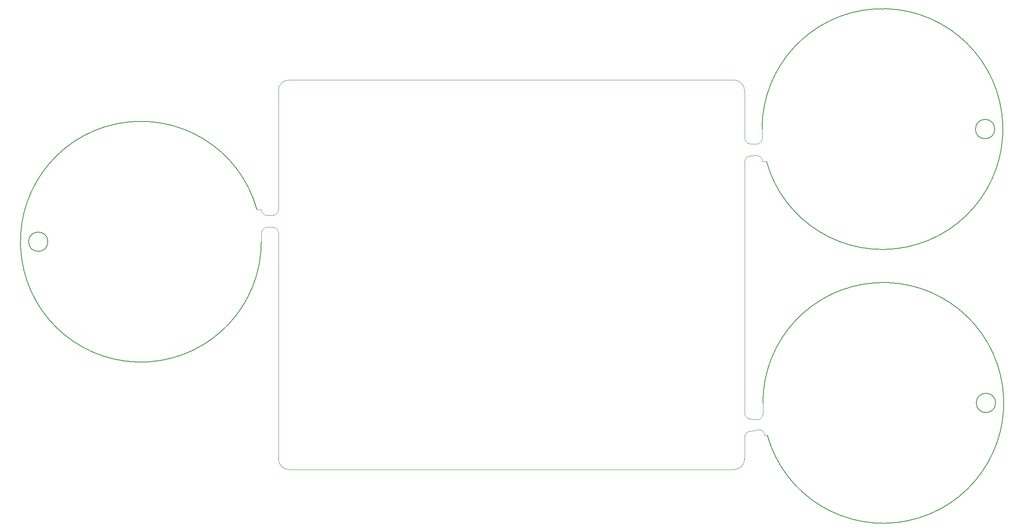
<source format=gbr>
G04 #@! TF.GenerationSoftware,KiCad,Pcbnew,5.0.2-bee76a0~70~ubuntu18.04.1*
G04 #@! TF.CreationDate,2019-08-21T16:40:53-04:00*
G04 #@! TF.ProjectId,output.pcb,6f757470-7574-42e7-9063-622e6b696361,rev?*
G04 #@! TF.SameCoordinates,Original*
G04 #@! TF.FileFunction,Profile,NP*
%FSLAX46Y46*%
G04 Gerber Fmt 4.6, Leading zero omitted, Abs format (unit mm)*
G04 Created by KiCad (PCBNEW 5.0.2-bee76a0~70~ubuntu18.04.1) date Wed 21 Aug 2019 04:40:53 PM EDT*
%MOMM*%
%LPD*%
G01*
G04 APERTURE LIST*
%ADD10C,0.150000*%
%ADD11C,0.200000*%
%ADD12C,0.100000*%
G04 APERTURE END LIST*
D10*
X238338600Y-120370600D02*
G75*
G03X238338600Y-120370600I-2000000J0D01*
G01*
D11*
X190946886Y-127079073D02*
G75*
G03X190030000Y-120370600I24083114J6708473D01*
G01*
D10*
X238160800Y-63500000D02*
G75*
G03X238160800Y-63500000I-2000000J0D01*
G01*
D11*
X190769086Y-70208473D02*
G75*
G03X189852200Y-63500000I24083114J6708473D01*
G01*
D12*
X91643200Y-53314600D02*
G75*
G03X89433400Y-55524400I0J-2209800D01*
G01*
X89433400Y-132003800D02*
G75*
G03X91643200Y-134213600I2209800J0D01*
G01*
X184023000Y-134213600D02*
G75*
G03X186232800Y-132003800I0J2209800D01*
G01*
X184023000Y-53314600D02*
G75*
G02X186232800Y-55524400I0J-2209800D01*
G01*
X91643200Y-53314600D02*
X184023000Y-53314600D01*
X184023000Y-134213600D02*
X91643200Y-134213600D01*
D11*
X84973314Y-80184927D02*
G75*
G03X85890200Y-86893400I-24083114J-6708473D01*
G01*
D10*
X41581600Y-86893400D02*
G75*
G03X41581600Y-86893400I-2000000J0D01*
G01*
D12*
X190030000Y-122468002D02*
X190030000Y-120370600D01*
X190421798Y-127077428D02*
X190946886Y-127079073D01*
X186232800Y-127467995D02*
X186232800Y-132003800D01*
X190030000Y-122468002D02*
X190030785Y-122567999D01*
X190030785Y-122567999D02*
X190023881Y-122667760D01*
X190023881Y-122667760D02*
X190009329Y-122766695D01*
X190009329Y-122766695D02*
X189987215Y-122864219D01*
X186232800Y-122468030D02*
X186240487Y-122567734D01*
X189987215Y-122864219D02*
X189957670Y-122959755D01*
X186240487Y-122567734D02*
X186255815Y-122666552D01*
X189957670Y-122959755D02*
X189920869Y-123052737D01*
X186255815Y-122666552D02*
X186278693Y-122763899D01*
X189920869Y-123052737D02*
X189877030Y-123142615D01*
X186278693Y-122763899D02*
X186308986Y-122859199D01*
X189877030Y-123142615D02*
X189826412Y-123228857D01*
X186308986Y-122859199D02*
X186346515Y-122951889D01*
X189826412Y-123228857D02*
X189769315Y-123310953D01*
X186346515Y-122951889D02*
X186391058Y-123041420D01*
X189769315Y-123310953D02*
X189706077Y-123388417D01*
X186391058Y-123041420D02*
X186442351Y-123127262D01*
X189706077Y-123388417D02*
X189637072Y-123460791D01*
X186442351Y-123127262D02*
X186500091Y-123208907D01*
X189637072Y-123460791D02*
X189562708Y-123527647D01*
X186500091Y-123208907D02*
X186563936Y-123285872D01*
X189562708Y-123527647D02*
X189483425Y-123588589D01*
X186563936Y-123285872D02*
X186633508Y-123357702D01*
X189483425Y-123588589D02*
X189399692Y-123643257D01*
X186633508Y-123357702D02*
X186708395Y-123423972D01*
X189399692Y-123643257D02*
X189312005Y-123691327D01*
X186708395Y-123423972D02*
X186788154Y-123484290D01*
X189312005Y-123691327D02*
X189220882Y-123732515D01*
X186788154Y-123484290D02*
X186872313Y-123538299D01*
X189220882Y-123732515D02*
X189126863Y-123766577D01*
X186872313Y-123538299D02*
X186960374Y-123585679D01*
X189126863Y-123766577D02*
X189030504Y-123793311D01*
X186960374Y-123585679D02*
X187051816Y-123626150D01*
X189030504Y-123793311D02*
X188932375Y-123812559D01*
X187051816Y-123626150D02*
X187146098Y-123659472D01*
X188932375Y-123812559D02*
X188833057Y-123824207D01*
X187146098Y-123659472D02*
X187242662Y-123685448D01*
X188833057Y-123824207D02*
X188733138Y-123828186D01*
X187242662Y-123685448D02*
X187340937Y-123703925D01*
X188733138Y-123828186D02*
X188633209Y-123824473D01*
X187340937Y-123703925D02*
X187440342Y-123714793D01*
X188633209Y-123824473D02*
X187440342Y-123714793D01*
X190421798Y-127077428D02*
X190405695Y-126978733D01*
X190405695Y-126978733D02*
X190382053Y-126881568D01*
X190382053Y-126881568D02*
X190351012Y-126786508D01*
X190351012Y-126786508D02*
X190312756Y-126694115D01*
X186232800Y-127467995D02*
X186240487Y-127368291D01*
X190312756Y-126694115D02*
X190267511Y-126604936D01*
X186240487Y-127368291D02*
X186255815Y-127269473D01*
X190267511Y-126604936D02*
X190215545Y-126519499D01*
X186255815Y-127269473D02*
X186278693Y-127172126D01*
X190215545Y-126519499D02*
X190157166Y-126438309D01*
X186278693Y-127172126D02*
X186308986Y-127076826D01*
X190157166Y-126438309D02*
X190092719Y-126361847D01*
X186308986Y-127076826D02*
X186346515Y-126984136D01*
X190092719Y-126361847D02*
X190022585Y-126290565D01*
X186346515Y-126984136D02*
X186391058Y-126894605D01*
X190022585Y-126290565D02*
X189947179Y-126224885D01*
X186391058Y-126894605D02*
X186442351Y-126808763D01*
X189947179Y-126224885D02*
X189866948Y-126165195D01*
X186442351Y-126808763D02*
X186500091Y-126727118D01*
X189866948Y-126165195D02*
X189782366Y-126111849D01*
X186500091Y-126727118D02*
X186563936Y-126650153D01*
X189782366Y-126111849D02*
X189693934Y-126065162D01*
X186563936Y-126650153D02*
X186633508Y-126578323D01*
X189693934Y-126065162D02*
X189602175Y-126025411D01*
X186633508Y-126578323D02*
X186708395Y-126512053D01*
X189602175Y-126025411D02*
X189507632Y-125992831D01*
X186708395Y-126512053D02*
X186788154Y-126451735D01*
X189507632Y-125992831D02*
X189410864Y-125967615D01*
X186788154Y-126451735D02*
X186872313Y-126397726D01*
X189410864Y-125967615D02*
X189312444Y-125949912D01*
X186872313Y-126397726D02*
X186960374Y-126350346D01*
X189312444Y-125949912D02*
X189212954Y-125939827D01*
X186960374Y-126350346D02*
X187051816Y-126309875D01*
X189212954Y-125939827D02*
X189112983Y-125937419D01*
X187051816Y-126309875D02*
X187146098Y-126276553D01*
X189112983Y-125937419D02*
X189013123Y-125942703D01*
X187146098Y-126276553D02*
X187242662Y-126250577D01*
X189013123Y-125942703D02*
X188913965Y-125955647D01*
X187242662Y-126250577D02*
X187340937Y-126232100D01*
X188913965Y-125955647D02*
X187340937Y-126232100D01*
X189852200Y-65317997D02*
X189852200Y-63500000D01*
X189964599Y-70205952D02*
X190769086Y-70208473D01*
X186232800Y-70317965D02*
X186232800Y-122468030D01*
X186232800Y-65318005D02*
X186232800Y-55524400D01*
X189852200Y-65317997D02*
X189846808Y-65417852D01*
X189846808Y-65417852D02*
X189833756Y-65516997D01*
X186232800Y-65318005D02*
X186240487Y-65417709D01*
X189833756Y-65516997D02*
X189813122Y-65614845D01*
X186240487Y-65417709D02*
X186255815Y-65516527D01*
X189813122Y-65614845D02*
X189785028Y-65710817D01*
X186255815Y-65516527D02*
X186278693Y-65613874D01*
X189785028Y-65710817D02*
X189749640Y-65804346D01*
X186278693Y-65613874D02*
X186308986Y-65709174D01*
X189749640Y-65804346D02*
X189707167Y-65894878D01*
X186308986Y-65709174D02*
X186346515Y-65801864D01*
X189707167Y-65894878D02*
X189657861Y-65981877D01*
X186346515Y-65801864D02*
X186391058Y-65891395D01*
X189657861Y-65981877D02*
X189602014Y-66064829D01*
X186391058Y-65891395D02*
X186442351Y-65977237D01*
X189602014Y-66064829D02*
X189539956Y-66143243D01*
X186442351Y-65977237D02*
X186500091Y-66058882D01*
X189539956Y-66143243D02*
X189472054Y-66216655D01*
X186500091Y-66058882D02*
X186563936Y-66135847D01*
X189472054Y-66216655D02*
X189398710Y-66284630D01*
X186563936Y-66135847D02*
X186633508Y-66207677D01*
X189398710Y-66284630D02*
X189320358Y-66346766D01*
X186633508Y-66207677D02*
X186708395Y-66273947D01*
X189320358Y-66346766D02*
X189237462Y-66402696D01*
X186708395Y-66273947D02*
X186788154Y-66334265D01*
X189237462Y-66402696D02*
X189150512Y-66452089D01*
X186788154Y-66334265D02*
X186872313Y-66388274D01*
X189150512Y-66452089D02*
X189060023Y-66494652D01*
X186872313Y-66388274D02*
X186960374Y-66435654D01*
X189060023Y-66494652D02*
X188966530Y-66530134D01*
X186960374Y-66435654D02*
X187051816Y-66476125D01*
X188966530Y-66530134D02*
X188870586Y-66558325D01*
X187051816Y-66476125D02*
X187146098Y-66509447D01*
X188870586Y-66558325D02*
X188772759Y-66579058D01*
X187146098Y-66509447D02*
X187242662Y-66535423D01*
X188772759Y-66579058D02*
X188673628Y-66592210D01*
X187242662Y-66535423D02*
X187340937Y-66553900D01*
X188673628Y-66592210D02*
X188573779Y-66597703D01*
X187340937Y-66553900D02*
X187440342Y-66564768D01*
X188573779Y-66597703D02*
X188473803Y-66595505D01*
X187440342Y-66564768D02*
X187540288Y-66567963D01*
X188473803Y-66595505D02*
X187540288Y-66567963D01*
X189964599Y-70205952D02*
X189954622Y-70106450D01*
X189954622Y-70106450D02*
X189937026Y-70008009D01*
X186232800Y-70317965D02*
X186240487Y-70218261D01*
X189937026Y-70008009D02*
X189911915Y-69911212D01*
X186240487Y-70218261D02*
X186255815Y-70119443D01*
X189911915Y-69911212D02*
X189879438Y-69816632D01*
X186255815Y-70119443D02*
X186278693Y-70022096D01*
X189879438Y-69816632D02*
X189839787Y-69724828D01*
X186278693Y-70022096D02*
X186308986Y-69926796D01*
X189839787Y-69724828D02*
X189793197Y-69636343D01*
X186308986Y-69926796D02*
X186346515Y-69834106D01*
X189793197Y-69636343D02*
X189739943Y-69551701D01*
X186346515Y-69834106D02*
X186391058Y-69744575D01*
X189739943Y-69551701D02*
X189680340Y-69471403D01*
X186391058Y-69744575D02*
X186442351Y-69658733D01*
X189680340Y-69471403D02*
X189614741Y-69395924D01*
X186442351Y-69658733D02*
X186500091Y-69577088D01*
X189614741Y-69395924D02*
X189543534Y-69325711D01*
X186500091Y-69577088D02*
X186563936Y-69500123D01*
X189543534Y-69325711D02*
X189467141Y-69261179D01*
X186563936Y-69500123D02*
X186633508Y-69428293D01*
X189467141Y-69261179D02*
X189386014Y-69202710D01*
X186633508Y-69428293D02*
X186708395Y-69362023D01*
X189386014Y-69202710D02*
X189300633Y-69150650D01*
X186708395Y-69362023D02*
X186788154Y-69301705D01*
X189300633Y-69150650D02*
X189211503Y-69105307D01*
X186788154Y-69301705D02*
X186872313Y-69247696D01*
X189211503Y-69105307D02*
X189119151Y-69066949D01*
X186872313Y-69247696D02*
X186960374Y-69200316D01*
X189119151Y-69066949D02*
X189024124Y-69035803D01*
X186960374Y-69200316D02*
X187051816Y-69159845D01*
X189024124Y-69035803D02*
X188926984Y-69012054D01*
X187051816Y-69159845D02*
X187146098Y-69126523D01*
X188926984Y-69012054D02*
X188828306Y-68995842D01*
X187146098Y-69126523D02*
X187242662Y-69100547D01*
X188828306Y-68995842D02*
X188728674Y-68987263D01*
X187242662Y-69100547D02*
X187340937Y-69082070D01*
X188728674Y-68987263D02*
X188628677Y-68986368D01*
X187340937Y-69082070D02*
X187440342Y-69071202D01*
X188628677Y-68986368D02*
X188528907Y-68993162D01*
X188528907Y-68993162D02*
X187440342Y-69071202D01*
X85890200Y-85126203D02*
X85890200Y-86893400D01*
X85828600Y-80187607D02*
X84973314Y-80184927D01*
X89433400Y-85126188D02*
X89433400Y-132003800D01*
X89433400Y-80126195D02*
X89433400Y-55524400D01*
X85890200Y-85126203D02*
X85896643Y-85026411D01*
X89433400Y-85126188D02*
X89425713Y-85026484D01*
X85896643Y-85026411D02*
X85910738Y-84927409D01*
X89425713Y-85026484D02*
X89410385Y-84927666D01*
X85910738Y-84927409D02*
X85932401Y-84829783D01*
X89410385Y-84927666D02*
X89387507Y-84830319D01*
X85932401Y-84829783D02*
X85961504Y-84734111D01*
X89387507Y-84830319D02*
X89357214Y-84735019D01*
X85961504Y-84734111D02*
X85997875Y-84640959D01*
X89357214Y-84735019D02*
X89319685Y-84642329D01*
X85997875Y-84640959D02*
X86041299Y-84550878D01*
X89319685Y-84642329D02*
X89275142Y-84552798D01*
X86041299Y-84550878D02*
X86091519Y-84464401D01*
X89275142Y-84552798D02*
X89223849Y-84466956D01*
X86091519Y-84464401D02*
X86148238Y-84382040D01*
X89223849Y-84466956D02*
X89166109Y-84385311D01*
X86148238Y-84382040D02*
X86211120Y-84304282D01*
X89166109Y-84385311D02*
X89102264Y-84308346D01*
X86211120Y-84304282D02*
X86279793Y-84231588D01*
X89102264Y-84308346D02*
X89032692Y-84236516D01*
X86279793Y-84231588D02*
X86353851Y-84164388D01*
X89032692Y-84236516D02*
X88957805Y-84170246D01*
X86353851Y-84164388D02*
X86432855Y-84103079D01*
X88957805Y-84170246D02*
X88878046Y-84109928D01*
X86432855Y-84103079D02*
X86516338Y-84048024D01*
X88878046Y-84109928D02*
X88793887Y-84055919D01*
X86516338Y-84048024D02*
X86603806Y-83999549D01*
X88793887Y-84055919D02*
X88705826Y-84008539D01*
X86603806Y-83999549D02*
X86694741Y-83957941D01*
X88705826Y-84008539D02*
X88614384Y-83968068D01*
X86694741Y-83957941D02*
X86788605Y-83923446D01*
X88614384Y-83968068D02*
X88520102Y-83934746D01*
X86788605Y-83923446D02*
X86884843Y-83896268D01*
X88520102Y-83934746D02*
X88423538Y-83908770D01*
X86884843Y-83896268D02*
X86982885Y-83876568D01*
X88423538Y-83908770D02*
X88325263Y-83890293D01*
X86982885Y-83876568D02*
X87082151Y-83864462D01*
X88325263Y-83890293D02*
X88225858Y-83879425D01*
X87082151Y-83864462D02*
X87182054Y-83860022D01*
X88225858Y-83879425D02*
X88125912Y-83876230D01*
X87182054Y-83860022D02*
X88125912Y-83876230D01*
X85828600Y-80187607D02*
X85837529Y-80287207D01*
X85837529Y-80287207D02*
X85854087Y-80385826D01*
X89433400Y-80126195D02*
X89425713Y-80225899D01*
X85854087Y-80385826D02*
X85878176Y-80482880D01*
X89425713Y-80225899D02*
X89410385Y-80324717D01*
X85878176Y-80482880D02*
X85909654Y-80577795D01*
X89410385Y-80324717D02*
X89387507Y-80422064D01*
X85909654Y-80577795D02*
X85948335Y-80670010D01*
X89387507Y-80422064D02*
X89357214Y-80517364D01*
X85948335Y-80670010D02*
X85993990Y-80758979D01*
X89357214Y-80517364D02*
X89319685Y-80610054D01*
X85993990Y-80758979D02*
X86046349Y-80844175D01*
X89319685Y-80610054D02*
X89275142Y-80699585D01*
X86046349Y-80844175D02*
X86105102Y-80925094D01*
X89275142Y-80699585D02*
X89223849Y-80785427D01*
X86105102Y-80925094D02*
X86169901Y-81001257D01*
X89223849Y-80785427D02*
X89166109Y-80867072D01*
X86169901Y-81001257D02*
X86240363Y-81072214D01*
X89166109Y-80867072D02*
X89102264Y-80944037D01*
X86240363Y-81072214D02*
X86316071Y-81137545D01*
X89102264Y-80944037D02*
X89032692Y-81015867D01*
X86316071Y-81137545D02*
X86396577Y-81196863D01*
X89032692Y-81015867D02*
X88957805Y-81082137D01*
X86396577Y-81196863D02*
X86481404Y-81249817D01*
X88957805Y-81082137D02*
X88878046Y-81142455D01*
X86481404Y-81249817D02*
X86570050Y-81296094D01*
X88878046Y-81142455D02*
X88793887Y-81196464D01*
X86570050Y-81296094D02*
X86661991Y-81335420D01*
X88793887Y-81196464D02*
X88705826Y-81243844D01*
X86661991Y-81335420D02*
X86756683Y-81367562D01*
X88705826Y-81243844D02*
X88614384Y-81284315D01*
X86756683Y-81367562D02*
X86853565Y-81392330D01*
X88614384Y-81284315D02*
X88520102Y-81317637D01*
X86853565Y-81392330D02*
X86952064Y-81409578D01*
X88520102Y-81317637D02*
X88423538Y-81343613D01*
X88423538Y-81343613D02*
X88325263Y-81362090D01*
X86952064Y-81409578D02*
X87051597Y-81419204D01*
X87051597Y-81419204D02*
X87151575Y-81421151D01*
X88325263Y-81362090D02*
X88225858Y-81372958D01*
X87151575Y-81421151D02*
X88225858Y-81372958D01*
M02*

</source>
